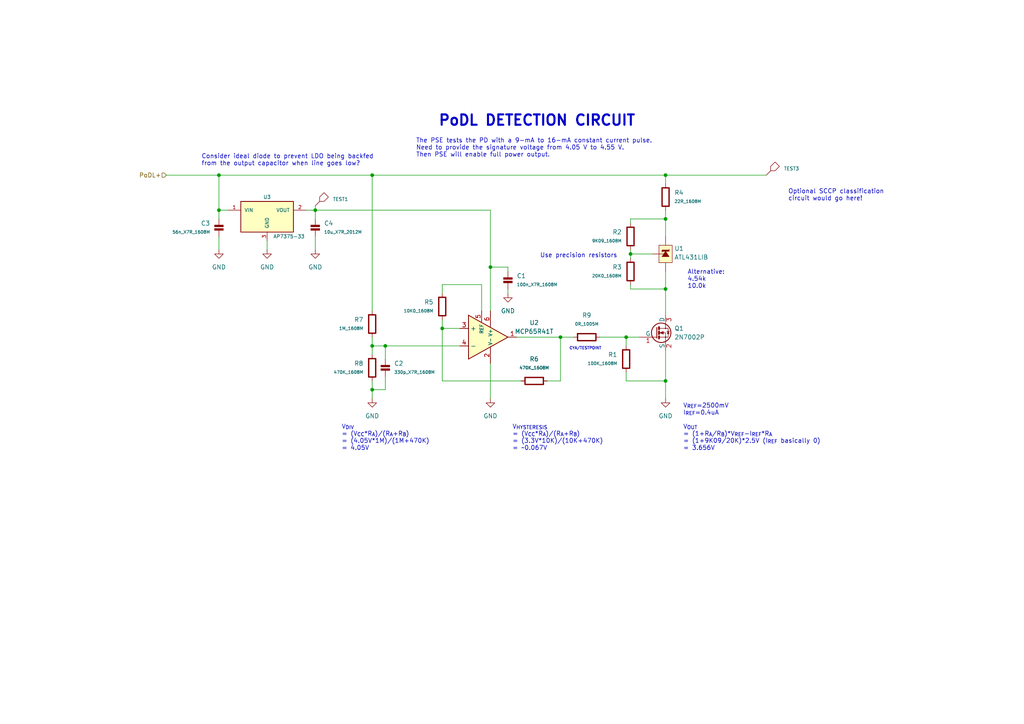
<source format=kicad_sch>
(kicad_sch (version 20230121) (generator eeschema)
  (paper "A4")
  (lib_symbols
    (symbol "appli_capacitor:100n_X7R_1608M" (pin_numbers hide) (pin_names (offset 0.254))
      (property "Reference" "C" (at -2.286 -2.54 90))
      (property "Value" "100n_X7R_1608M" (at 2.159 -2.54 90))
      (symbol "100n_X7R_1608M_0_1"
        (rectangle (start -1.27 -2.794) (end 1.27 -3.302) (fill (type outline)))
        (rectangle (start -1.27 -1.778) (end 1.27 -2.286) (fill (type outline)))
      )
      (symbol "100n_X7R_1608M_1_1"
        (pin passive line (at 0 0 270) (length 1.778) (name "~") (number "1"))
        (pin passive line (at 0 -5.08 90) (length 1.778) (name "~") (number "2"))
      )
    )
    (symbol "appli_capacitor:10u_X7R_2012M" (pin_numbers hide) (pin_names (offset 0.254))
      (property "Reference" "C" (at -2.286 -2.54 90))
      (property "Value" "10u_X7R_2012M" (at 2.159 -2.54 90))
      (symbol "10u_X7R_2012M_0_1"
        (rectangle (start -1.27 -2.794) (end 1.27 -3.302) (fill (type outline)))
        (rectangle (start -1.27 -1.778) (end 1.27 -2.286) (fill (type outline)))
      )
      (symbol "10u_X7R_2012M_1_1"
        (pin passive line (at 0 0 270) (length 1.778) (name "~") (number "1"))
        (pin passive line (at 0 -5.08 90) (length 1.778) (name "~") (number "2"))
      )
    )
    (symbol "appli_capacitor:330p_X7R_1608M" (pin_numbers hide) (pin_names (offset 0.254))
      (property "Reference" "C" (at -2.286 -2.54 90))
      (property "Value" "330p_X7R_1608M" (at 2.159 -2.54 90))
      (symbol "330p_X7R_1608M_0_1"
        (rectangle (start -1.27 -2.794) (end 1.27 -3.302) (fill (type outline)))
        (rectangle (start -1.27 -1.778) (end 1.27 -2.286) (fill (type outline)))
      )
      (symbol "330p_X7R_1608M_1_1"
        (pin passive line (at 0 0 270) (length 1.778) (name "~") (number "1"))
        (pin passive line (at 0 -5.08 90) (length 1.778) (name "~") (number "2"))
      )
    )
    (symbol "appli_capacitor:56n_X7R_1608M" (pin_numbers hide) (pin_names (offset 0.254))
      (property "Reference" "C" (at -2.286 -2.54 90))
      (property "Value" "56n_X7R_1608M" (at 2.159 -2.54 90))
      (symbol "56n_X7R_1608M_0_1"
        (rectangle (start -1.27 -2.794) (end 1.27 -3.302) (fill (type outline)))
        (rectangle (start -1.27 -1.778) (end 1.27 -2.286) (fill (type outline)))
      )
      (symbol "56n_X7R_1608M_1_1"
        (pin passive line (at 0 0 270) (length 1.778) (name "~") (number "1"))
        (pin passive line (at 0 -5.08 90) (length 1.778) (name "~") (number "2"))
      )
    )
    (symbol "appli_device:ATL431LI_SOT23" (pin_numbers hide) (pin_names (offset 0) hide)
      (property "Reference" "U" (at 2.54 1.27 0))
      (property "Value" "ATL431LIB" (at 2.54 -1.27 0))
      (symbol "ATL431LI_SOT23_0_1"
        (polyline (pts (xy -1.016 0.762) (xy -1.016 0.508)))
        (polyline (pts (xy 1.016 1.143) (xy 1.016 1.397)))
        (polyline (pts (xy -1.016 -0.762) (xy 0 0.762) (xy 1.016 -0.762) (xy -1.016 -0.762)) (fill (type outline)))
        (rectangle (start 1.016 0.762) (end -1.016 1.143) (fill (type outline)))
      )
      (symbol "ATL431LI_SOT23_1_1"
        (rectangle (start -1.905 2.54) (end 1.905 -2.54) (fill (type background)))
        (polyline (pts (xy -1.905 0) (xy -0.635 0)))
        (pin passive line (at 0 5.08 270) (length 2.5) (name "C") (number "1"))
        (pin passive line (at -3.81 0 0) (length 1.778) (name "REF") (number "2"))
        (pin passive line (at 0 -5.08 90) (length 2.5) (name "A") (number "3"))
      )
    )
    (symbol "appli_linear:MCP65R41T"
      (property "Reference" "U" (at 0 3.81 0))
      (property "Value" "MCP65R41T" (at 0 -3.81 0))
      (symbol "MCP65R41T_0_1"
        (polyline (pts (xy -6.35 6.35) (xy 5.08 0) (xy -6.35 -6.35) (xy -6.35 6.35)) (stroke (width 0.254)) (fill (type background)))
      )
      (symbol "MCP65R41T_1_1"
        (pin output line (at 7.62 0 180) (length 2.54) (name "~") (number "1"))
        (pin power_in line (at 0 -7.62 90) (length 4.7) (name "V-") (number "2"))
        (pin input line (at -8.89 2.54 0) (length 2.54) (name "+") (number "3"))
        (pin input line (at -8.89 -2.54 0) (length 2.54) (name "-") (number "4"))
        (pin output line (at -2.54 7.62 270) (length 3.25) (name "REF") (number "5"))
        (pin power_in line (at 0 7.62 270) (length 4.7) (name "V+") (number "6"))
      )
    )
    (symbol "appli_power:GND" (power) (pin_names (offset 0))
      (property "Value" "GND" (at 0 -3.81 0))
      (symbol "GND_0_1"
        (polyline (pts (xy 0 0) (xy 0 -1.27) (xy 1.27 -1.27) (xy 0 -2.54) (xy -1.27 -1.27) (xy 0 -1.27)))
      )
      (symbol "GND_1_1"
        (pin power_in line (at 0 0 270) (length 0) hide (name "GND") (number "1"))
      )
    )
    (symbol "appli_regulator:AP7375-33" (pin_names (offset 1.016))
      (property "Reference" "U" (at -7.62 7.62 0))
      (property "Value" "AP7375-33" (at -7.62 6.35 0))
      (symbol "AP7375-33_0_1"
        (rectangle (start -7.62 3.81) (end 7.62 -5.08) (stroke (width 0.254)) (fill (type background)))
      )
      (symbol "AP7375-33_1_1"
        (pin input line (at -11.43 1.27 0) (length 3.81) (name "VIN") (number "1"))
        (pin power_out line (at 11.43 1.27 180) (length 3.81) (name "VOUT") (number "2"))
        (pin power_in line (at 0 -7.62 90) (length 2.54) (name "GND") (number "3"))
      )
    )
    (symbol "appli_resistor:0R_1005M" (pin_numbers hide) (pin_names (offset 0))
      (property "Reference" "R" (at -2.159 -3.81 90))
      (property "Value" "0R_1005M" (at 2.032 -3.81 90))
      (symbol "0R_1005M_0_1"
        (rectangle (start -1.016 -1.143) (end 1.016 -6.477) (stroke (width 0.381)))
      )
      (symbol "0R_1005M_1_1"
        (pin passive line (at 0 0 270) (length 1.143) (name "~") (number "1"))
        (pin passive line (at 0 -7.62 90) (length 1.143) (name "~") (number "2"))
      )
    )
    (symbol "appli_resistor:100K_1608M" (pin_numbers hide) (pin_names (offset 0))
      (property "Reference" "R" (at -2.159 -3.81 90))
      (property "Value" "100K_1608M" (at 2.032 -3.81 90))
      (symbol "100K_1608M_0_1"
        (rectangle (start -1.016 -1.143) (end 1.016 -6.477) (stroke (width 0.381)))
      )
      (symbol "100K_1608M_1_1"
        (pin passive line (at 0 0 270) (length 1.143) (name "~") (number "1"))
        (pin passive line (at 0 -7.62 90) (length 1.143) (name "~") (number "2"))
      )
    )
    (symbol "appli_resistor:10K0_1608M" (pin_numbers hide) (pin_names (offset 0))
      (property "Reference" "R" (at -2.159 -3.81 90))
      (property "Value" "10K0_1608M" (at 2.032 -3.81 90))
      (symbol "10K0_1608M_0_1"
        (rectangle (start -1.016 -1.143) (end 1.016 -6.477) (stroke (width 0.381)))
      )
      (symbol "10K0_1608M_1_1"
        (pin passive line (at 0 0 270) (length 1.143) (name "~") (number "1"))
        (pin passive line (at 0 -7.62 90) (length 1.143) (name "~") (number "2"))
      )
    )
    (symbol "appli_resistor:1M_1608M" (pin_numbers hide) (pin_names (offset 0))
      (property "Reference" "R" (at -2.159 -3.81 90))
      (property "Value" "1M_1608M" (at 2.032 -3.81 90))
      (symbol "1M_1608M_0_1"
        (rectangle (start -1.016 -1.143) (end 1.016 -6.477) (stroke (width 0.381)))
      )
      (symbol "1M_1608M_1_1"
        (pin passive line (at 0 0 270) (length 1.143) (name "~") (number "1"))
        (pin passive line (at 0 -7.62 90) (length 1.143) (name "~") (number "2"))
      )
    )
    (symbol "appli_resistor:20K0_1608M" (pin_numbers hide) (pin_names (offset 0))
      (property "Reference" "R" (at -2.159 -3.81 90))
      (property "Value" "20K0_1608M" (at 2.032 -3.81 90))
      (symbol "20K0_1608M_0_1"
        (rectangle (start -1.016 -1.143) (end 1.016 -6.477) (stroke (width 0.381)))
      )
      (symbol "20K0_1608M_1_1"
        (pin passive line (at 0 0 270) (length 1.143) (name "~") (number "1"))
        (pin passive line (at 0 -7.62 90) (length 1.143) (name "~") (number "2"))
      )
    )
    (symbol "appli_resistor:22R_1608M" (pin_numbers hide) (pin_names (offset 0))
      (property "Reference" "R" (at -2.159 -3.81 90))
      (property "Value" "22R_1608M" (at 2.032 -3.81 90))
      (symbol "22R_1608M_0_1"
        (rectangle (start -1.016 -1.143) (end 1.016 -6.477) (stroke (width 0.381)))
      )
      (symbol "22R_1608M_1_1"
        (pin passive line (at 0 0 270) (length 1.143) (name "~") (number "1"))
        (pin passive line (at 0 -7.62 90) (length 1.143) (name "~") (number "2"))
      )
    )
    (symbol "appli_resistor:470K_1608M" (pin_numbers hide) (pin_names (offset 0))
      (property "Reference" "R" (at -2.159 -3.81 90))
      (property "Value" "470K_1608M" (at 2.032 -3.81 90))
      (symbol "470K_1608M_0_1"
        (rectangle (start -1.016 -1.143) (end 1.016 -6.477) (stroke (width 0.381)))
      )
      (symbol "470K_1608M_1_1"
        (pin passive line (at 0 0 270) (length 1.143) (name "~") (number "1"))
        (pin passive line (at 0 -7.62 90) (length 1.143) (name "~") (number "2"))
      )
    )
    (symbol "appli_resistor:9K09_1608M" (pin_numbers hide) (pin_names (offset 0))
      (property "Reference" "R" (at -2.159 -3.81 90))
      (property "Value" "9K09_1608M" (at 2.032 -3.81 90))
      (symbol "9K09_1608M_0_1"
        (rectangle (start -1.016 -1.143) (end 1.016 -6.477) (stroke (width 0.381)))
      )
      (symbol "9K09_1608M_1_1"
        (pin passive line (at 0 0 270) (length 1.143) (name "~") (number "1"))
        (pin passive line (at 0 -7.62 90) (length 1.143) (name "~") (number "2"))
      )
    )
    (symbol "appli_test_points:CLIP_HOOK_GREY" (pin_numbers hide) (pin_names (offset 0) hide)
      (property "Reference" "TEST" (at -5.08 5.08 0))
      (symbol "CLIP_HOOK_GREY_0_1"
        (polyline (pts (xy 0 0) (xy -1.27 1.27)))
        (polyline (pts (xy -1.27 1.27) (xy -2.54 1.27) (xy -3.81 2.54) (xy -2.54 3.81) (xy -1.27 2.54) (xy -1.27 1.27)))
      )
      (symbol "CLIP_HOOK_GREY_1_1"
        (pin input line (at 0 0 90) (length 0) (name "PAD") (number "1"))
      )
    )
    (symbol "appli_test_points:CLIP_HOOK_ORANGE" (pin_numbers hide) (pin_names (offset 0) hide)
      (property "Reference" "TEST" (at -5.08 5.08 0))
      (symbol "CLIP_HOOK_ORANGE_0_1"
        (polyline (pts (xy 0 0) (xy -1.27 1.27)))
        (polyline (pts (xy -1.27 1.27) (xy -2.54 1.27) (xy -3.81 2.54) (xy -2.54 3.81) (xy -1.27 2.54) (xy -1.27 1.27)))
      )
      (symbol "CLIP_HOOK_ORANGE_1_1"
        (pin input line (at 0 0 90) (length 0) (name "PAD") (number "1"))
      )
    )
    (symbol "appli_transistor:2N7002P" (pin_names (offset 0))
      (property "Reference" "Q" (at 5.08 1.905 0))
      (property "Value" "2N7002P" (at 5.08 0 0))
      (symbol "2N7002P_0_1"
        (polyline (pts (xy 0.635 -1.016) (xy 0.635 -1.651)) (stroke (width 0.508)))
        (polyline (pts (xy 0.635 0.381) (xy 0.635 -0.381)) (stroke (width 0.508)))
        (polyline (pts (xy 0.635 1.651) (xy 0.635 1.016)) (stroke (width 0.508)))
        (polyline (pts (xy 3.048 0.381) (xy 2.921 0.254)))
        (polyline (pts (xy 3.048 0.381) (xy 3.556 0.381)))
        (polyline (pts (xy 3.556 0.381) (xy 3.683 0.508)))
        (polyline (pts (xy 0 1.524) (xy 0 -1.524) (xy 0 -1.524)) (stroke (width 0.254)))
        (polyline (pts (xy 0.762 -1.27) (xy 2.54 -1.27) (xy 2.54 -2.54) (xy 2.54 -2.54)))
        (polyline (pts (xy 0.762 1.27) (xy 2.54 1.27) (xy 2.54 2.54) (xy 2.54 2.54)))
        (polyline (pts (xy 2.54 1.27) (xy 3.302 1.27) (xy 3.302 -1.27) (xy 2.54 -1.27)))
        (polyline (pts (xy 3.302 0.381) (xy 3.048 -0.254) (xy 3.556 -0.254) (xy 3.302 0.381)) (fill (type outline)))
        (polyline (pts (xy 0.762 0) (xy 1.27 0) (xy 2.54 0) (xy 2.54 -1.27) (xy 2.54 -1.27)))
        (polyline (pts (xy 0.889 0) (xy 1.905 0.381) (xy 1.905 -0.381) (xy 0.889 0) (xy 1.016 0) (xy 1.016 0)) (fill (type outline)))
        (circle (center 1.27 0) (radius 2.8194) (stroke (width 0.254)))
        (circle (center 2.54 -1.27) (radius 0.127))
        (circle (center 2.54 1.27) (radius 0.127))
      )
      (symbol "2N7002P_1_1"
        (pin passive line (at -5.08 -1.27 0) (length 5.08) (name "G") (number "1"))
        (pin passive line (at 2.54 -5.08 90) (length 2.54) (name "S") (number "2"))
        (pin passive line (at 2.54 5.08 270) (length 2.54) (name "D") (number "3"))
      )
    )
  )
  (junction (at 91.44 60.96))
  (junction (at 63.5 60.96))
  (junction (at 193.04 83.82))
  (junction (at 107.95 113.03))
  (junction (at 193.04 110.49))
  (junction (at 181.61 97.79))
  (junction (at 107.95 50.8))
  (junction (at 128.27 95.25))
  (junction (at 142.24 77.47))
  (junction (at 162.56 97.79))
  (junction (at 193.04 63.5))
  (junction (at 63.5 50.8))
  (junction (at 193.04 50.8))
  (junction (at 111.76 100.33))
  (junction (at 107.95 100.33))
  (junction (at 182.88 73.66))
  (wire (pts (xy 193.04 50.8) (xy 222.25 50.8)))
  (wire (pts (xy 128.27 82.55) (xy 139.7 82.55)))
  (wire (pts (xy 107.95 100.33) (xy 111.76 100.33)))
  (wire (pts (xy 147.32 83.82) (xy 147.32 85.09)))
  (wire (pts (xy 182.88 72.39) (xy 182.88 73.66)))
  (wire (pts (xy 193.04 63.5) (xy 193.04 68.58)))
  (wire (pts (xy 185.42 97.79) (xy 181.61 97.79)))
  (wire (pts (xy 107.95 97.79) (xy 107.95 100.33)))
  (wire (pts (xy 88.9 60.96) (xy 91.44 60.96)))
  (wire (pts (xy 193.04 63.5) (xy 182.88 63.5)))
  (wire (pts (xy 107.95 113.03) (xy 111.76 113.03)))
  (wire (pts (xy 66.04 60.96) (xy 63.5 60.96)))
  (wire (pts (xy 91.44 59.69) (xy 91.44 60.96)))
  (wire (pts (xy 107.95 50.8) (xy 193.04 50.8)))
  (wire (pts (xy 193.04 110.49) (xy 181.61 110.49)))
  (wire (pts (xy 111.76 113.03) (xy 111.76 109.22)))
  (wire (pts (xy 182.88 64.77) (xy 182.88 63.5)))
  (wire (pts (xy 193.04 110.49) (xy 193.04 115.57)))
  (wire (pts (xy 158.75 110.49) (xy 162.56 110.49)))
  (wire (pts (xy 111.76 100.33) (xy 111.76 104.14)))
  (wire (pts (xy 181.61 97.79) (xy 181.61 100.33)))
  (wire (pts (xy 128.27 82.55) (xy 128.27 85.09)))
  (wire (pts (xy 189.23 73.66) (xy 182.88 73.66)))
  (wire (pts (xy 193.04 83.82) (xy 193.04 91.44)))
  (wire (pts (xy 107.95 110.49) (xy 107.95 113.03)))
  (wire (pts (xy 147.32 77.47) (xy 142.24 77.47)))
  (wire (pts (xy 111.76 100.33) (xy 133.35 100.33)))
  (wire (pts (xy 107.95 100.33) (xy 107.95 102.87)))
  (wire (pts (xy 182.88 83.82) (xy 193.04 83.82)))
  (wire (pts (xy 162.56 110.49) (xy 162.56 97.79)))
  (wire (pts (xy 139.7 90.17) (xy 139.7 82.55)))
  (wire (pts (xy 193.04 101.6) (xy 193.04 110.49)))
  (wire (pts (xy 48.26 50.8) (xy 63.5 50.8)))
  (wire (pts (xy 133.35 95.25) (xy 128.27 95.25)))
  (wire (pts (xy 149.86 97.79) (xy 162.56 97.79)))
  (wire (pts (xy 181.61 107.95) (xy 181.61 110.49)))
  (wire (pts (xy 91.44 68.58) (xy 91.44 72.39)))
  (wire (pts (xy 142.24 77.47) (xy 142.24 90.17)))
  (wire (pts (xy 182.88 73.66) (xy 182.88 74.93)))
  (wire (pts (xy 107.95 50.8) (xy 107.95 90.17)))
  (wire (pts (xy 147.32 78.74) (xy 147.32 77.47)))
  (wire (pts (xy 128.27 110.49) (xy 151.13 110.49)))
  (wire (pts (xy 142.24 60.96) (xy 142.24 77.47)))
  (wire (pts (xy 193.04 78.74) (xy 193.04 83.82)))
  (wire (pts (xy 91.44 60.96) (xy 142.24 60.96)))
  (wire (pts (xy 63.5 68.58) (xy 63.5 72.39)))
  (wire (pts (xy 128.27 95.25) (xy 128.27 110.49)))
  (wire (pts (xy 193.04 60.96) (xy 193.04 63.5)))
  (wire (pts (xy 193.04 50.8) (xy 193.04 53.34)))
  (wire (pts (xy 173.99 97.79) (xy 181.61 97.79)))
  (wire (pts (xy 77.47 69.85) (xy 77.47 72.39)))
  (wire (pts (xy 162.56 97.79) (xy 166.37 97.79)))
  (wire (pts (xy 128.27 95.25) (xy 128.27 92.71)))
  (wire (pts (xy 63.5 60.96) (xy 63.5 50.8)))
  (wire (pts (xy 107.95 113.03) (xy 107.95 115.57)))
  (wire (pts (xy 91.44 60.96) (xy 91.44 63.5)))
  (wire (pts (xy 182.88 82.55) (xy 182.88 83.82)))
  (wire (pts (xy 63.5 50.8) (xy 107.95 50.8)))
  (wire (pts (xy 142.24 105.41) (xy 142.24 115.57)))
  (wire (pts (xy 63.5 60.96) (xy 63.5 63.5)))
  (text "The PSE tests the PD with a 9-mA to 16-mA constant current pulse.\nNeed to provide the signature voltage from 4.05 V to 4.55 V.\nThen PSE will enable full power output." (at 120.65 45.72 0) (effects (font (size 1.27 1.27)) (justify left bottom)))
  (text "Alternative:\n4.54k\n10.0k" (at 199.39 83.82 0) (effects (font (size 1.27 1.27)) (justify left bottom)))
  (text "PoDL DETECTION CIRCUIT" (at 127 36.83 0) (effects (font (size 3 3) (thickness 0.6) bold) (justify left bottom)))
  (text "CYA/TESTPOINT" (at 165.1 101.6 0) (effects (font (size 0.8 0.8)) (justify left bottom)))
  (text "Consider ideal diode to prevent LDO being backfed\nfrom the output capacitor when line goes low?" (at 58.42 48.26 0) (effects (font (size 1.27 1.27)) (justify left bottom)))
  (text "Use precision resistors" (at 179.07 74.93 0) (effects (font (size 1.27 1.27)) (justify right bottom)))
  (text "V_{DIV} \n= (V_{CC}*R_{A})/(R_{A}+R_{B})\n= (4.05V*1M)/(1M+470K)\n= 4.05V" (at 99.06 130.81 0) (effects (font (size 1.27 1.27)) (justify left bottom)))
  (text "Optional SCCP classification \ncircuit would go here!" (at 228.6 58.42 0) (effects (font (size 1.27 1.27)) (justify left bottom)))
  (text "V_{HYSTERESIS} \n= (V_{CC}*R_{A})/(R_{A}+R_{B})\n= (3.3V*10K)/(10K+470K)\n= ~0.067V" (at 148.59 130.81 0) (effects (font (size 1.27 1.27)) (justify left bottom)))
  (text "V_{REF}=2500mV\nI_{REF}=0.4uA\n\nV_{OUT} \n= (1+R_{A}/R_{B})*V_{REF}-I_{REF}*R_{A}\n= (1+9K09/20K)*2.5V (I_{REF} basically 0)\n= 3.656V" (at 198.12 130.81 0) (effects (font (size 1.27 1.27)) (justify left bottom)))
  (hierarchical_label "PoDL+" (shape input) (at 48.26 50.8 180))
  (symbol (lib_id "appli_capacitor:56n_X7R_1608M") (at 63.5 63.5 0) (unit 1)
    (property "Reference" "C3" (at 60.96 64.77 0) (effects (justify right)))
    (property "Value" "56n_X7R_1608M" (at 60.96 67.31 0) (effects (font (size 0.889 0.889)) (justify right)))
    (property "Footprint" "Applidyne_Capacitor:CAPC1608X90N" (effects hide))
    (property "Datasheet" "http://www.farnell.com/datasheets/2205681.pdf" (effects hide))
    (property "manf" "KEMET" (effects hide))
    (property "manf#" "C0603C563K5RACTU" (effects hide))
    (property "Supplier" "Element14" (effects hide))
    (property "Supplier Part No" "1865538" (effects hide))
    (property "Supplier URL" "http://au.element14.com/kemet/c0603c563k5ractu/cap-mlcc-x7r-56nf-50v-0603/dp/1865538" (effects hide))
    (property "Supplier Price" "0.043" (effects hide))
    (property "Supplier Price Break" "10" (effects hide))
    (instances (project "spe-sink" (path "" (reference "C3") (unit 1)) (path "" (reference "C1") (unit 1))))
  )
  (symbol (lib_id "appli_resistor:1M_1608M") (at 107.95 90.17 0) (unit 1)
    (property "Reference" "R7" (at 105.41 92.71 0) (effects (justify right)))
    (property "Value" "1M_1608M" (at 105.41 95.25 0) (effects (font (size 0.889 0.889)) (justify right)))
    (property "Footprint" "Applidyne_Resistor:RESC1608X50N" (effects hide))
    (property "Datasheet" "http://www.farnell.com/datasheets/1720486.pdf" (effects hide))
    (property "manf" "VISHAY DRALORIC" (effects hide))
    (property "manf#" "CRCW06031M00FKEA" (effects hide))
    (property "Supplier" "Element14" (effects hide))
    (property "Supplier Part No" "1469746" (effects hide))
    (property "Supplier URL" "http://au.element14.com/vishay-draloric/crcw06031m00fkea/product-range-aec-q200-crcw-series/dp/1469746" (effects hide))
    (property "Supplier Price" "0.02" (effects hide))
    (property "Supplier Price Break" "100" (effects hide))
    (instances (project "spe-sink" (path "" (reference "R7") (unit 1)) (path "" (reference "R1") (unit 1))))
  )
  (symbol (lib_id "appli_power:GND") (at 142.24 115.57 0) (unit 1)
    (property "Reference" "#PWR02" (effects hide))
    (property "Value" "GND" (at 142.24 120.65 0))
    (instances (project "spe-sink" (path "" (reference "#PWR02") (unit 1)) (path "" (reference "#PWR05") (unit 1))))
  )
  (symbol (lib_id "appli_resistor:0R_1005M") (at 166.37 97.79 90) (unit 1)
    (property "Reference" "R9" (at 170.18 91.44 90))
    (property "Value" "0R_1005M" (at 170.18 93.98 90) (effects (font (size 0.889 0.889))))
    (property "Footprint" "Applidyne_Resistor:RESC1005X40N" (effects hide))
    (property "Datasheet" "http://www.farnell.com/datasheets/2111203.pdf" (effects hide))
    (property "manf" "VISHAY" (effects hide))
    (property "manf#" "CRCW04020000Z0ED" (effects hide))
    (property "Supplier" "Element14" (effects hide))
    (property "Supplier Part No" "1469661" (effects hide))
    (property "Supplier URL" "http://au.element14.com/vishay/crcw04020000z0ed/resistance-0ohm/dp/1469661" (effects hide))
    (property "Supplier Price" "0.08" (effects hide))
    (property "Supplier Price Break" "10" (effects hide))
    (instances (project "spe-sink" (path "" (reference "R9") (unit 1)) (path "" (reference "R5") (unit 1))))
  )
  (symbol (lib_id "appli_device:ATL431LI_SOT23") (at 193.04 73.66 0) (unit 1)
    (property "Reference" "U1" (at 195.58 72.0725 0) (effects (justify left)))
    (property "Value" "ATL431LIB" (at 195.58 74.6125 0) (effects (justify left)))
    (property "Footprint" "Applidyne_SOT:SOT95P240X110-3L16N" (effects hide))
    (property "Datasheet" "https://www.ti.com/lit/ds/symlink/atl431li.pdf?ts=1691626241408" (effects hide))
    (property "manf" "TEXAS INSTRUMENTS" (effects hide))
    (property "manf#" "ATL431LIBIDBZR" (effects hide))
    (property "Supplier" "Digikey" (effects hide))
    (property "Supplier Part No" "296-53203-1-ND" (effects hide))
    (property "Supplier URL" "https://www.digikey.com.au/en/products/detail/texas-instruments/ATL431LIBIDBZR/9861485" (effects hide))
    (property "Supplier Price" "0.60" (effects hide))
    (property "Supplier Price Break" "10" (effects hide))
    (instances (project "spe-sink" (path "" (reference "U1") (unit 1)) (path "" (reference "U3") (unit 1))))
  )
  (symbol (lib_id "appli_power:GND") (at 193.04 115.57 0) (mirror y) (unit 1)
    (property "Reference" "#PWR01" (effects hide))
    (property "Value" "GND" (at 193.04 120.65 0))
    (instances (project "spe-sink" (path "" (reference "#PWR01") (unit 1)) (path "" (reference "#PWR07") (unit 1))))
  )
  (symbol (lib_id "appli_linear:MCP65R41T") (at 142.24 97.79 0) (unit 1)
    (property "Reference" "U2" (at 154.94 93.5991 0))
    (property "Value" "MCP65R41T" (at 154.94 96.1391 0))
    (property "Footprint" "Applidyne_SOT:SOT95P240X110-6L16N" (effects hide))
    (property "Datasheet" "https://ww1.microchip.com/downloads/en/DeviceDoc/MCP65R41;MCP65R46-Data-Sheet-20002269C.pdf" (effects hide))
    (property "manf#" "MCP65R41T-1202E/CHY" (effects hide))
    (property "manf" "Microchip" (effects hide))
    (property "Supplier" "Digikey" (effects hide))
    (property "Supplier Nr" "MCP65R41T-1202E/CHYCT-ND" (effects hide))
    (property "Supplier URL" "https://www.digikey.com.au/en/products/detail/microchip-technology/MCP65R41T-1202E-CHY/2614949" (effects hide))
    (property "Supplier Price" "0.62" (effects hide))
    (property "Supplier Price Break" "100" (effects hide))
  )
  (symbol (lib_id "appli_power:GND") (at 63.5 72.39 0) (unit 1)
    (property "Reference" "#PWR07" (effects hide))
    (property "Value" "GND" (at 63.5 77.47 0))
    (instances (project "spe-sink" (path "" (reference "#PWR07") (unit 1)) (path "" (reference "#PWR01") (unit 1))))
  )
  (symbol (lib_id "appli_power:GND") (at 77.47 72.39 0) (unit 1)
    (property "Reference" "#PWR05" (effects hide))
    (property "Value" "GND" (at 77.47 77.47 0))
    (instances (project "spe-sink" (path "" (reference "#PWR05") (unit 1)) (path "" (reference "#PWR02") (unit 1))))
  )
  (symbol (lib_id "appli_power:GND") (at 91.44 72.39 0) (unit 1)
    (property "Reference" "#PWR06" (effects hide))
    (property "Value" "GND" (at 91.44 77.47 0))
    (instances (project "spe-sink" (path "" (reference "#PWR06") (unit 1)) (path "" (reference "#PWR03") (unit 1))))
  )
  (symbol (lib_id "appli_regulator:AP7375-33") (at 77.47 62.23 0) (unit 1)
    (property "Reference" "U3" (at 77.47 57.15 0) (effects (font (size 1.016 1.016))))
    (property "Value" "AP7375-33" (at 83.82 68.58 0) (effects (font (size 1.016 1.016))))
    (property "Footprint" "Applidyne_SOT:SOT95P240X110-3L16N" (effects hide))
    (property "Datasheet" "https://www.diodes.com/assets/Datasheets/AP7375.pdf" (effects hide))
    (property "manf" "DIODES INCORPORATED" (effects hide))
    (property "manf#" "AP7375-33SA-7" (effects hide))
    (property "Supplier" "Digikey" (effects hide))
    (property "Supplier Part No" "31-AP7375-33SA-7CT-ND" (effects hide))
    (property "Supplier URL" "https://www.digikey.com.au/en/products/detail/diodes-incorporated/AP7375-33SA-7/16400213" (effects hide))
    (property "Supplier Price" "0.34" (effects hide))
    (property "Supplier Price Break" "100" (effects hide))
    (instances (project "spe-sink" (path "" (reference "U3") (unit 1)) (path "" (reference "U1") (unit 1))))
  )
  (symbol (lib_id "appli_test_points:CLIP_HOOK_ORANGE") (at 91.44 59.69 270) (unit 1)
    (property "Reference" "TEST1" (at 96.52 57.7849 90) (effects (font (size 0.9906 0.9906)) (justify left)))
    (property "Value" "CLIP_HOOK_ORANGE" (effects hide))
    (property "Footprint" "Applidyne_Test:KEYSTONE_5003" (effects hide))
    (property "Datasheet" "http://www.farnell.com/datasheets/1703983.pdf" (effects hide))
    (property "manf" "KEYSTONE" (effects hide))
    (property "manf#" "5003" (effects hide))
    (property "Supplier" "Element14" (effects hide))
    (property "Supplier Part No" "2301280" (effects hide))
    (property "Supplier URL" "http://au.element14.com/keystone/5003/test-point-pcb-through-hole/dp/2301280" (effects hide))
    (property "Supplier Price" "0.261" (effects hide))
    (property "Suppier Price Break" "100" (effects hide))
  )
  (symbol (lib_id "appli_test_points:CLIP_HOOK_GREY") (at 222.25 50.8 270) (unit 1)
    (property "Reference" "TEST3" (at 227.33 48.8949 90) (effects (font (size 0.9906 0.9906)) (justify left)))
    (property "Value" "CLIP_HOOK_GREY" (effects hide))
    (property "Footprint" "Applidyne_Test:KEYSTONE_5118" (effects hide))
    (property "Datasheet" "http://www.farnell.com/datasheets/1703983.pdf" (effects hide))
    (property "manf" "KEYSTONE" (effects hide))
    (property "manf#" "5118" (effects hide))
    (property "Supplier" "Element14" (effects hide))
    (property "Supplier Part No" "2501304" (effects hide))
    (property "Supplier URL" "http://au.element14.com/keystone/5118/test-point-pcb-grey-through-hole/dp/2501304" (effects hide))
    (property "Supplier Price" "0.3" (effects hide))
    (property "Suppier Price Break" "1" (effects hide))
  )
  (symbol (lib_id "appli_resistor:20K0_1608M") (at 182.88 74.93 0) (mirror y) (unit 1)
    (property "Reference" "R3" (at 180.34 77.47 0) (effects (justify left)))
    (property "Value" "20K0_1608M" (at 180.34 80.01 0) (effects (font (size 0.889 0.889)) (justify left)))
    (property "Footprint" "Applidyne_Resistor:RESC1608X50N" (effects hide))
    (property "Datasheet" "http://www.farnell.com/datasheets/1935020.pdf?_ga=1.71863123.114958687.1482824484" (effects hide))
    (property "manf" "TE CONNECTIVITY" (effects hide))
    (property "manf#" "CPF-A-0603B20KE1" (effects hide))
    (property "Supplier" "Element14" (effects hide))
    (property "Supplier Part No" "2577005" (effects hide))
    (property "Supplier URL" "http://au.element14.com/te-connectivity-holsworthy/cpf-a-0603b20ke1/res-thin-film-aec-q200-20k-0603/dp/2577005" (effects hide))
    (property "Supplier Price" "0.48" (effects hide))
    (property "Supplier Price Break" "1" (effects hide))
    (instances (project "spe-sink" (path "" (reference "R3") (unit 1)) (path "" (reference "R8") (unit 1))))
  )
  (symbol (lib_id "appli_resistor:9K09_1608M") (at 182.88 64.77 0) (mirror y) (unit 1)
    (property "Reference" "R2" (at 180.34 67.31 0) (effects (justify left)))
    (property "Value" "9K09_1608M" (at 180.34 69.85 0) (effects (font (size 0.889 0.889)) (justify left)))
    (property "Footprint" "Applidyne_Resistor:RESC1608X50N" (effects hide))
    (property "Datasheet" "http://www.farnell.com/datasheets/1729043.pdf" (effects hide))
    (property "manf" "MULTICOMP" (effects hide))
    (property "manf#" "MCWF06W9091BTL" (effects hide))
    (property "Supplier" "Element14" (effects hide))
    (property "Supplier Part No" "2339315" (effects hide))
    (property "Supplier URL" "http://au.element14.com/multicomp/mcwf06w9091btl/res-thin-film-9k09-0-1-0-1w-0603/dp/2339315" (effects hide))
    (property "Supplier Price" "0.065" (effects hide))
    (property "Supplier Price Break" "150" (effects hide))
    (instances (project "spe-sink" (path "" (reference "R2") (unit 1)) (path "" (reference "R7") (unit 1))))
  )
  (symbol (lib_id "appli_resistor:470K_1608M") (at 107.95 102.87 0) (mirror y) (unit 1)
    (property "Reference" "R8" (at 105.41 105.41 0) (effects (justify left)))
    (property "Value" "470K_1608M" (at 105.41 107.95 0) (effects (font (size 0.889 0.889)) (justify left)))
    (property "Footprint" "Applidyne_Resistor:RESC1608X50N" (effects hide))
    (property "Datasheet" "http://www.farnell.com/datasheets/1911175.pdf" (effects hide))
    (property "manf" "PANASONIC" (effects hide))
    (property "manf#" "ERJ3EKF4703V" (effects hide))
    (property "Supplier" "Element14" (effects hide))
    (property "Supplier Part No" "2303289" (effects hide))
    (property "Supplier URL" "http://au.element14.com/panasonic-electronic-components/erj3ekf4703v/res-thick-film-470k-1-0-1w-0603/dp/2303289" (effects hide))
    (property "Supplier Price" "0.009" (effects hide))
    (property "Supplier Price Break" "50" (effects hide))
    (instances (project "spe-sink" (path "" (reference "R8") (unit 1)) (path "" (reference "R2") (unit 1))))
  )
  (symbol (lib_id "appli_capacitor:100n_X7R_1608M") (at 147.32 78.74 0) (unit 1)
    (property "Reference" "C1" (at 149.86 80.01 0) (effects (justify left)))
    (property "Value" "100n_X7R_1608M" (at 149.86 82.55 0) (effects (font (size 0.889 0.889)) (justify left)))
    (property "Footprint" "Applidyne_Capacitor:CAPC1608X90N" (effects hide))
    (property "Datasheet" "http://www.farnell.com/datasheets/1732728.pdf" (effects hide))
    (property "manf" "KEMET" (effects hide))
    (property "manf#" "C0603C104K5RACAUTO" (effects hide))
    (property "Supplier" "Element14" (effects hide))
    (property "Supplier Part No" "2070398" (effects hide))
    (property "Supplier URL" "http://au.element14.com/kemet/c0603c104k5racauto/cap-mlcc-x7r-100nf-50v-0603/dp/2070398" (effects hide))
    (property "Supplier Price" "0.011" (effects hide))
    (property "Supplier Price Break" "1" (effects hide))
    (instances (project "spe-sink" (path "" (reference "C1") (unit 1)) (path "" (reference "C4") (unit 1))))
  )
  (symbol (lib_id "appli_transistor:2N7002P") (at 190.5 96.52 0) (unit 1)
    (property "Reference" "Q1" (at 195.58 95.25 0) (effects (justify left)))
    (property "Value" "2N7002P" (at 195.58 97.79 0) (effects (justify left)))
    (property "Footprint" "Applidyne_SOT:SOT95P240X110-3L16N" (effects hide))
    (property "Datasheet" "http://datasheet.octopart.com/2N7002P%2C215-NXP-Semiconductors-datasheet-10031793.pdf" (effects hide))
    (property "manf" "Fairchild" (effects hide))
    (property "manf#" " 2N7002,215" (effects hide))
    (property "Supplier" "RS Online" (effects hide))
    (property "Supplier URL" "http://au.rs-online.com/web/p/mosfet-transistors/4367379/" (effects hide))
    (property "Supplier Part No" " 436-7379" (effects hide))
    (property "Supplier Price" "0.232" (effects hide))
    (property "Supplier Price Break" "25" (effects hide))
  )
  (symbol (lib_id "appli_capacitor:330p_X7R_1608M") (at 111.76 104.14 0) (unit 1)
    (property "Reference" "C2" (at 114.3 105.41 0) (effects (justify left)))
    (property "Value" "330p_X7R_1608M" (at 114.3 107.95 0) (effects (font (size 0.889 0.889)) (justify left)))
    (property "Footprint" "Applidyne_Capacitor:CAPC1608X90N" (effects hide))
    (property "Datasheet" "http://www.farnell.com/datasheets/2068140.pdf" (effects hide))
    (property "manf" "AVX" (effects hide))
    (property "manf#" "06035A331JAT2A" (effects hide))
    (property "Supplier" "Element14" (effects hide))
    (property "Supplier Part No" "316660" (effects hide))
    (property "Supplier URL" "http://au.element14.com/avx/06035a331jat2a/cap-mlcc-c0g-np0-330pf-50v-0603/dp/316660" (effects hide))
    (property "Supplier Price" "0.21" (effects hide))
    (property "Supplier Price Break" "10" (effects hide))
    (instances (project "spe-sink" (path "" (reference "C2") (unit 1)) (path "" (reference "C3") (unit 1))))
  )
  (symbol (lib_id "appli_resistor:10K0_1608M") (at 128.27 85.09 0) (unit 1)
    (property "Reference" "R5" (at 125.73 87.63 0) (effects (justify right)))
    (property "Value" "10K0_1608M" (at 125.73 90.17 0) (effects (font (size 0.889 0.889)) (justify right)))
    (property "Footprint" "Applidyne_Resistor:RESC1608X50N" (effects hide))
    (property "Datasheet" "http://www.farnell.com/datasheets/1723233.pdf" (effects hide))
    (property "manf" "TE CONNECTIVITY" (effects hide))
    (property "manf#" "CRGH0603F10K" (effects hide))
    (property "Supplier" "Element14" (effects hide))
    (property "Supplier Part No" "2332016" (effects hide))
    (property "Supplier URL" "http://au.element14.com/te-connectivity/crgh0603f10k/resistor-power-10k-0-2w-1-0603/dp/2332016" (effects hide))
    (property "Supplier Price" "0.02" (effects hide))
    (property "Supplier Price Break" "10" (effects hide))
    (instances (project "spe-sink" (path "" (reference "R5") (unit 1)) (path "" (reference "R3") (unit 1))))
  )
  (symbol (lib_id "appli_capacitor:10u_X7R_2012M") (at 91.44 63.5 0) (unit 1)
    (property "Reference" "C4" (at 93.98 64.77 0) (effects (justify left)))
    (property "Value" "10u_X7R_2012M" (at 93.98 67.31 0) (effects (font (size 0.889 0.889)) (justify left)))
    (property "Footprint" "Applidyne_Capacitor:CAPC2012X110N" (effects hide))
    (property "Datasheet" "http://www.farnell.com/datasheets/1870456.pdf" (effects hide))
    (property "manf" "MULTICOMP" (effects hide))
    (property "manf#" "MC0805B106K6R3CT" (effects hide))
    (property "Supplier" "Element14" (effects hide))
    (property "Supplier Part No" "2320851" (effects hide))
    (property "Supplier URL" "http://au.element14.com/multicomp/mc0805b106k6r3ct/cap-mlcc-x7r-10uf-6-3v-0805/dp/2320851" (effects hide))
    (property "Supplier Price" "0.241" (effects hide))
    (property "Supplier Price Break" "10" (effects hide))
    (instances (project "spe-sink" (path "" (reference "C4") (unit 1)) (path "" (reference "C2") (unit 1))))
  )
  (symbol (lib_id "appli_power:GND") (at 147.32 85.09 0) (unit 1)
    (property "Reference" "#PWR03" (effects hide))
    (property "Value" "GND" (at 147.32 90.17 0))
    (instances (project "spe-sink" (path "" (reference "#PWR03") (unit 1)) (path "" (reference "#PWR06") (unit 1))))
  )
  (symbol (lib_id "appli_power:GND") (at 107.95 115.57 0) (unit 1)
    (property "Reference" "#PWR04" (effects hide))
    (property "Value" "GND" (at 107.95 120.65 0))
  )
  (symbol (lib_id "appli_resistor:100K_1608M") (at 181.61 100.33 0) (mirror y) (unit 1)
    (property "Reference" "R1" (at 179.07 102.87 0) (effects (justify left)))
    (property "Value" "100K_1608M" (at 179.07 105.41 0) (effects (font (size 0.889 0.889)) (justify left)))
    (property "Footprint" "Applidyne_Resistor:RESC1608X50N" (effects hide))
    (property "Datasheet" "http://www.farnell.com/datasheets/1788326.pdf" (effects hide))
    (property "manf" "MULTICOMP" (effects hide))
    (property "manf#" "MC0063W06035100K" (effects hide))
    (property "Supplier" "Element14" (effects hide))
    (property "Supplier Part No" "9331719" (effects hide))
    (property "Supplier URL" "http://au.element14.com/multicomp/mc0063w06035100k/product-range-mc-series/dp/9331719" (effects hide))
    (property "Supplier Price" "0.001" (effects hide))
    (property "Supplier Price Break" "1" (effects hide))
    (instances (project "spe-sink" (path "" (reference "R1") (unit 1)) (path "" (reference "R6") (unit 1))))
  )
  (symbol (lib_id "appli_resistor:22R_1608M") (at 193.04 53.34 0) (unit 1)
    (property "Reference" "R4" (at 195.58 55.88 0) (effects (justify left)))
    (property "Value" "22R_1608M" (at 195.58 58.42 0) (effects (font (size 0.889 0.889)) (justify left)))
    (property "Footprint" "Applidyne_Resistor:RESC1608X50N" (effects hide))
    (property "Datasheet" "http://www.farnell.com/datasheets/1788326.pdf" (effects hide))
    (property "manf" "MULTICOMP" (effects hide))
    (property "manf#" "MC0063W060314R22" (effects hide))
    (property "Supplier" "Element14" (effects hide))
    (property "Supplier Part No" "2141539" (effects hide))
    (property "Supplier URL" "http://au.element14.com/multicomp/mc0063w060314r22/res-thick-film-4r22-1-0-063w-0603/dp/2141539" (effects hide))
    (property "Supplier Price" "0.015" (effects hide))
    (property "Supplier Price Break" "1" (effects hide))
    (instances (project "spe-sink" (path "" (reference "R4") (unit 1)) (path "" (reference "R9") (unit 1))))
  )
  (symbol (lib_id "appli_resistor:470K_1608M") (at 151.13 110.49 90) (unit 1)
    (property "Reference" "R6" (at 154.94 104.14 90))
    (property "Value" "470K_1608M" (at 154.94 106.68 90) (effects (font (size 0.889 0.889))))
    (property "Footprint" "Applidyne_Resistor:RESC1608X50N" (effects hide))
    (property "Datasheet" "http://www.farnell.com/datasheets/1911175.pdf" (effects hide))
    (property "manf" "PANASONIC" (effects hide))
    (property "manf#" "ERJ3EKF4703V" (effects hide))
    (property "Supplier" "Element14" (effects hide))
    (property "Supplier Part No" "2303289" (effects hide))
    (property "Supplier URL" "http://au.element14.com/panasonic-electronic-components/erj3ekf4703v/res-thick-film-470k-1-0-1w-0603/dp/2303289" (effects hide))
    (property "Supplier Price" "0.009" (effects hide))
    (property "Supplier Price Break" "50" (effects hide))
    (instances (project "spe-sink" (path "" (reference "R6") (unit 1)) (path "" (reference "R4") (unit 1))))
  )
)
</source>
